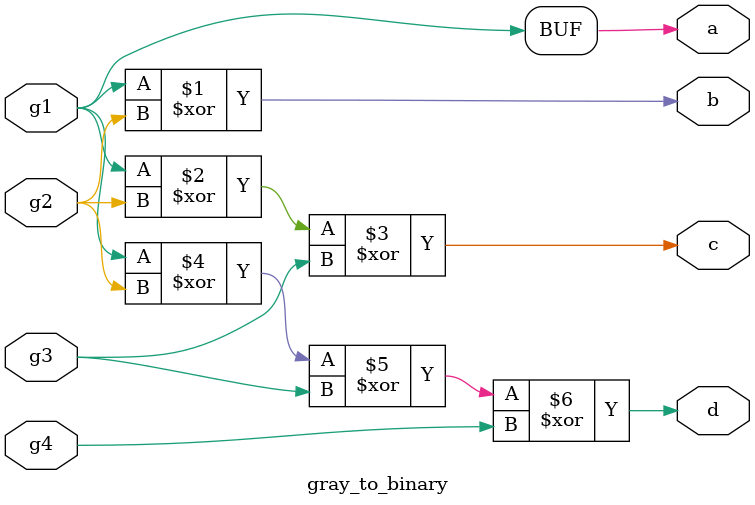
<source format=v>
`timescale 1ns / 1ps
module gray_to_binary(g1,g2,g3,g4,a,b,c,d);
output a,b,c,d;
input g1,g2,g3,g4;
assign a = g1;
assign b = g1^g2;
assign c = g1^g2^g3;
assign d = g1^g2^g3^g4;
endmodule
</source>
